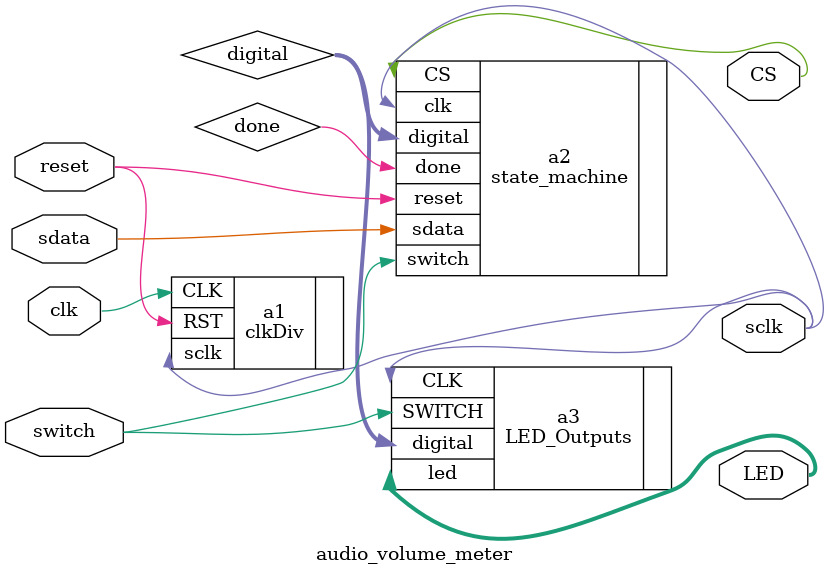
<source format=v>
`timescale 1ns / 1ps

module audio_volume_meter(
    input clk,
    input reset,
    input switch,
//    input [15:0] sdata,        //Comes in as a 16-bit vector?
    input sdata,
    output [11:0] LED, //Gets serially shifted
    output sclk,  //Clocks the  PmodMIC at 12.5 GHz
    output CS     //Chip select signal
    );
    
    wire done;
    wire [11:0] digital;
    
    //I believe is correct
    clkDiv a1(.CLK(clk), .RST(reset), .sclk(sclk));
    state_machine a2(.clk(sclk), .reset(reset),  .sdata(sdata), .digital(digital), .CS(CS), .done(done), .switch(switch));
    LED_Outputs a3(.CLK(sclk), .SWITCH(switch), .digital(digital), .led(LED));
    
endmodule

</source>
